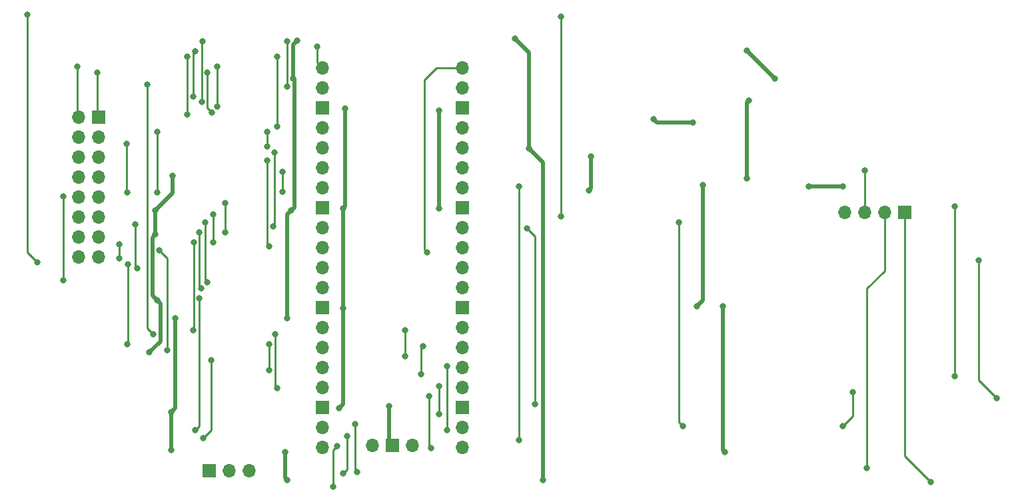
<source format=gbr>
G04 #@! TF.GenerationSoftware,KiCad,Pcbnew,5.1.5+dfsg1-2build2*
G04 #@! TF.CreationDate,2022-11-08T08:06:46+00:00*
G04 #@! TF.ProjectId,datapack-tool1,64617461-7061-4636-9b2d-746f6f6c312e,rev?*
G04 #@! TF.SameCoordinates,Original*
G04 #@! TF.FileFunction,Copper,L2,Bot*
G04 #@! TF.FilePolarity,Positive*
%FSLAX46Y46*%
G04 Gerber Fmt 4.6, Leading zero omitted, Abs format (unit mm)*
G04 Created by KiCad (PCBNEW 5.1.5+dfsg1-2build2) date 2022-11-08 08:06:46*
%MOMM*%
%LPD*%
G04 APERTURE LIST*
%ADD10O,1.700000X1.700000*%
%ADD11R,1.700000X1.700000*%
%ADD12C,0.800000*%
%ADD13C,0.500000*%
%ADD14C,0.250000*%
G04 APERTURE END LIST*
D10*
X182626000Y-127762000D03*
X185166000Y-127762000D03*
X187706000Y-127762000D03*
D11*
X190246000Y-127762000D03*
D10*
X127640000Y-157400000D03*
D11*
X125100000Y-157400000D03*
D10*
X122560000Y-157400000D03*
X133990000Y-109370000D03*
X133990000Y-111910000D03*
D11*
X133990000Y-114450000D03*
D10*
X133990000Y-116990000D03*
X133990000Y-119530000D03*
X133990000Y-122070000D03*
X133990000Y-124610000D03*
D11*
X133990000Y-127150000D03*
D10*
X133990000Y-129690000D03*
X133990000Y-132230000D03*
X133990000Y-134770000D03*
X133990000Y-137310000D03*
D11*
X133990000Y-139850000D03*
D10*
X133990000Y-142390000D03*
X133990000Y-144930000D03*
X133990000Y-147470000D03*
X133990000Y-150010000D03*
D11*
X133990000Y-152550000D03*
D10*
X133990000Y-155090000D03*
X133990000Y-157630000D03*
X116210000Y-157630000D03*
X116210000Y-155090000D03*
D11*
X116210000Y-152550000D03*
D10*
X116210000Y-150010000D03*
X116210000Y-147470000D03*
X116210000Y-144930000D03*
X116210000Y-142390000D03*
D11*
X116210000Y-139850000D03*
D10*
X116210000Y-137310000D03*
X116210000Y-134770000D03*
X116210000Y-132230000D03*
X116210000Y-129690000D03*
D11*
X116210000Y-127150000D03*
D10*
X116210000Y-124610000D03*
X116210000Y-122070000D03*
X116210000Y-119530000D03*
X116210000Y-116990000D03*
D11*
X116210000Y-114450000D03*
D10*
X116210000Y-111910000D03*
X116210000Y-109370000D03*
D11*
X87800000Y-115600000D03*
D10*
X85260000Y-115600000D03*
X87800000Y-118140000D03*
X85260000Y-118140000D03*
X87800000Y-120680000D03*
X85260000Y-120680000D03*
X87800000Y-123220000D03*
X85260000Y-123220000D03*
X87800000Y-125760000D03*
X85260000Y-125760000D03*
X87800000Y-128300000D03*
X85260000Y-128300000D03*
X87800000Y-130840000D03*
X85260000Y-130840000D03*
X87800000Y-133380000D03*
X85260000Y-133380000D03*
X106880000Y-160600000D03*
X104340000Y-160600000D03*
D11*
X101800000Y-160600000D03*
D12*
X94996000Y-130556000D03*
X94996000Y-127508000D03*
X95250000Y-138938000D03*
X94234000Y-145542000D03*
X118364000Y-152654000D03*
X118872000Y-139954000D03*
X124714000Y-152400000D03*
X131064000Y-114808000D03*
X131064000Y-127254000D03*
X119126000Y-114554000D03*
X118872000Y-127254000D03*
X163830000Y-139700000D03*
X164592000Y-124294000D03*
X158307959Y-115889959D03*
X163322000Y-116332000D03*
X167132000Y-139700000D03*
X167386000Y-158242000D03*
X178054000Y-124460000D03*
X182372000Y-124460000D03*
X97200000Y-123114990D03*
X150368000Y-120650000D03*
X150114000Y-124968000D03*
X170180000Y-123444000D03*
X170434000Y-113538000D03*
X118872000Y-160948000D03*
X119380000Y-156173000D03*
X170180000Y-107188000D03*
X173736000Y-110744000D03*
X80010000Y-134112000D03*
X78740000Y-102616000D03*
X146558000Y-102870000D03*
X146558000Y-128270000D03*
X118110000Y-157480000D03*
X117602000Y-162648000D03*
X193548000Y-162052000D03*
X112268000Y-127508000D03*
X112522000Y-110744000D03*
X113030000Y-105918000D03*
X97028000Y-153162000D03*
X97028000Y-157988000D03*
X111506000Y-158242000D03*
X111760000Y-161798000D03*
X144272000Y-161798000D03*
X142494000Y-119634000D03*
X97536000Y-141224000D03*
X111760000Y-141224000D03*
X196596000Y-127000000D03*
X196596000Y-148590000D03*
X140716000Y-105664000D03*
X120396000Y-154686000D03*
X120650000Y-160782000D03*
X185420000Y-160274000D03*
X182372000Y-154940000D03*
X183642000Y-150622000D03*
X141224000Y-124460000D03*
X141224000Y-156718000D03*
X142240000Y-129794000D03*
X143256000Y-152146000D03*
X199644000Y-133858000D03*
X201930000Y-151384000D03*
X162052000Y-154940000D03*
X161544000Y-129032000D03*
X102870000Y-114300000D03*
X102870000Y-109220000D03*
X85090000Y-109220000D03*
X102162892Y-115007108D03*
X101600000Y-109945000D03*
X87630000Y-109945000D03*
X109220000Y-121158000D03*
X109474000Y-132080000D03*
X110114429Y-120105000D03*
X109982000Y-129540000D03*
X91304847Y-119000153D03*
X91440000Y-125185000D03*
X95250000Y-117475000D03*
X95250000Y-125185000D03*
X111125000Y-125095000D03*
X111125000Y-122555000D03*
X109220000Y-117475000D03*
X109220000Y-119380000D03*
X99060000Y-115314990D03*
X99060000Y-107950000D03*
X110490000Y-107950000D03*
X110490000Y-116840000D03*
X100875000Y-113665000D03*
X100965000Y-105955000D03*
X111760000Y-105955000D03*
X111760000Y-111760000D03*
X99785000Y-113030000D03*
X100052918Y-107225000D03*
X115570000Y-106680000D03*
X93980000Y-111506000D03*
X94742000Y-143256000D03*
X110236000Y-143256000D03*
X110490000Y-150114000D03*
X103886000Y-126545001D03*
X103886000Y-130302000D03*
X102362000Y-128016000D03*
X102362000Y-131572000D03*
X90424000Y-131826000D03*
X90424000Y-133604000D03*
X92456000Y-129286000D03*
X92710000Y-134874000D03*
X83312000Y-125730000D03*
X83312000Y-136398000D03*
X91498054Y-134329000D03*
X91440000Y-144526000D03*
X109474000Y-144526000D03*
X109474000Y-147828000D03*
X95504000Y-132588000D03*
X96520000Y-145251000D03*
X99859000Y-131572000D03*
X99822000Y-142748000D03*
X100584000Y-130302000D03*
X100838000Y-137414000D03*
X101346000Y-129035010D03*
X101600000Y-136655010D03*
X132080000Y-155448000D03*
X132080000Y-147320000D03*
X100076000Y-155448000D03*
X100584000Y-138684000D03*
X101092000Y-156464000D03*
X102108000Y-146558000D03*
X126746000Y-146050000D03*
X126746000Y-142748000D03*
X131064000Y-153416000D03*
X131064000Y-149860000D03*
X128778000Y-148336000D03*
X129032000Y-144780000D03*
X129794000Y-151130000D03*
X130048000Y-157734000D03*
X129540000Y-132842000D03*
X185166000Y-122428000D03*
D13*
X94996000Y-130556000D02*
X94996000Y-127508000D01*
X94996000Y-127508000D02*
X97200000Y-125304000D01*
X94596001Y-138284001D02*
X95250000Y-138938000D01*
X94596001Y-130955999D02*
X94596001Y-138284001D01*
X94996000Y-130556000D02*
X94596001Y-130955999D01*
X95649999Y-144126001D02*
X94234000Y-145542000D01*
X95649999Y-139337999D02*
X95649999Y-144126001D01*
X95250000Y-138938000D02*
X95649999Y-139337999D01*
X118872000Y-152146000D02*
X118872000Y-139954000D01*
X118364000Y-152654000D02*
X118872000Y-152146000D01*
X124714000Y-157014000D02*
X125100000Y-157400000D01*
X124714000Y-152400000D02*
X124714000Y-157014000D01*
X131064000Y-114808000D02*
X131064000Y-127254000D01*
X119126000Y-127000000D02*
X118872000Y-127254000D01*
X119126000Y-114554000D02*
X119126000Y-127000000D01*
X118872000Y-127254000D02*
X118872000Y-139954000D01*
X164592000Y-138938000D02*
X164592000Y-124294000D01*
X163830000Y-139700000D02*
X164592000Y-138938000D01*
X158750000Y-116332000D02*
X163322000Y-116332000D01*
X158307959Y-115889959D02*
X158750000Y-116332000D01*
X167132000Y-157988000D02*
X167386000Y-158242000D01*
X167132000Y-139700000D02*
X167132000Y-157988000D01*
X178054000Y-124460000D02*
X182372000Y-124460000D01*
X97200000Y-125304000D02*
X97200000Y-123114990D01*
X150368000Y-124714000D02*
X150114000Y-124968000D01*
X150368000Y-120650000D02*
X150368000Y-124714000D01*
X170180000Y-113792000D02*
X170434000Y-113538000D01*
X170180000Y-123444000D02*
X170180000Y-113792000D01*
D14*
X119380000Y-160440000D02*
X119380000Y-156173000D01*
X118872000Y-160948000D02*
X119380000Y-160440000D01*
D13*
X170180000Y-107188000D02*
X173736000Y-110744000D01*
D14*
X78740000Y-132842000D02*
X78740000Y-102616000D01*
X80010000Y-134112000D02*
X78740000Y-132842000D01*
X146558000Y-102870000D02*
X146558000Y-128016000D01*
X146558000Y-128016000D02*
X146558000Y-128270000D01*
X117602000Y-157988000D02*
X117602000Y-162648000D01*
X118110000Y-157480000D02*
X117602000Y-157988000D01*
X190200000Y-158704000D02*
X190200000Y-130800000D01*
X193548000Y-162052000D02*
X190200000Y-158704000D01*
X190246000Y-130754000D02*
X190246000Y-127762000D01*
X190200000Y-130800000D02*
X190246000Y-130754000D01*
D13*
X112667999Y-110889999D02*
X112522000Y-110744000D01*
X112667999Y-127108001D02*
X112667999Y-110889999D01*
X112268000Y-127508000D02*
X112667999Y-127108001D01*
X112522000Y-106426000D02*
X113030000Y-105918000D01*
X112522000Y-110744000D02*
X112522000Y-106426000D01*
X97028000Y-153162000D02*
X97028000Y-157988000D01*
X111506000Y-161544000D02*
X111760000Y-161798000D01*
X111506000Y-158242000D02*
X111506000Y-161544000D01*
X144272000Y-121412000D02*
X142494000Y-119634000D01*
X144272000Y-161798000D02*
X144272000Y-121412000D01*
X97536000Y-152654000D02*
X97536000Y-141224000D01*
X97028000Y-153162000D02*
X97536000Y-152654000D01*
X111760000Y-128016000D02*
X112268000Y-127508000D01*
X111760000Y-141224000D02*
X111760000Y-128016000D01*
D14*
X196596000Y-127000000D02*
X196596000Y-148590000D01*
D13*
X142494000Y-107442000D02*
X142494000Y-119634000D01*
X140716000Y-105664000D02*
X142494000Y-107442000D01*
D14*
X120396000Y-160528000D02*
X120650000Y-160782000D01*
X120396000Y-154686000D02*
X120396000Y-160528000D01*
X187660000Y-129840000D02*
X187706000Y-129794000D01*
X187660000Y-135174000D02*
X187660000Y-129840000D01*
X187706000Y-129794000D02*
X187706000Y-127762000D01*
X185420000Y-137414000D02*
X187660000Y-135174000D01*
X185420000Y-160274000D02*
X185420000Y-137414000D01*
X183642000Y-153670000D02*
X183642000Y-150622000D01*
X182372000Y-154940000D02*
X183642000Y-153670000D01*
X141224000Y-124460000D02*
X141224000Y-156718000D01*
X143256000Y-130810000D02*
X143256000Y-152146000D01*
X142240000Y-129794000D02*
X143256000Y-130810000D01*
X199644000Y-149098000D02*
X201930000Y-151384000D01*
X199644000Y-133858000D02*
X199644000Y-149098000D01*
X161544000Y-154432000D02*
X161544000Y-129032000D01*
X162052000Y-154940000D02*
X161544000Y-154432000D01*
X102870000Y-114300000D02*
X102870000Y-109220000D01*
X85090000Y-115430000D02*
X85260000Y-115600000D01*
X85090000Y-109220000D02*
X85090000Y-115430000D01*
X101600000Y-114444216D02*
X101600000Y-109945000D01*
X102162892Y-115007108D02*
X101600000Y-114444216D01*
X87630000Y-115430000D02*
X87800000Y-115600000D01*
X87630000Y-109945000D02*
X87630000Y-115430000D01*
X109220000Y-131826000D02*
X109474000Y-132080000D01*
X109220000Y-121158000D02*
X109220000Y-131826000D01*
X110114429Y-129407571D02*
X109982000Y-129540000D01*
X110114429Y-120105000D02*
X110114429Y-129407571D01*
X91304847Y-125049847D02*
X91440000Y-125185000D01*
X91304847Y-119000153D02*
X91304847Y-125049847D01*
X95250000Y-117475000D02*
X95250000Y-125185000D01*
X111125000Y-125095000D02*
X111125000Y-122555000D01*
X109220000Y-117475000D02*
X109220000Y-119380000D01*
X99060000Y-115314990D02*
X99060000Y-107950000D01*
X110490000Y-107950000D02*
X110490000Y-116840000D01*
X100875000Y-106045000D02*
X100965000Y-105955000D01*
X100875000Y-113665000D02*
X100875000Y-106045000D01*
X111760000Y-105955000D02*
X111760000Y-111760000D01*
X99785000Y-107492918D02*
X100052918Y-107225000D01*
X99785000Y-113030000D02*
X99785000Y-107492918D01*
X115570000Y-108730000D02*
X116210000Y-109370000D01*
X115570000Y-106680000D02*
X115570000Y-108730000D01*
X93980000Y-142494000D02*
X94742000Y-143256000D01*
X93980000Y-111506000D02*
X93980000Y-142494000D01*
X110236000Y-149860000D02*
X110490000Y-150114000D01*
X110236000Y-143256000D02*
X110236000Y-149860000D01*
X103886000Y-126545001D02*
X103886000Y-130302000D01*
X102362000Y-128016000D02*
X102362000Y-131572000D01*
X90424000Y-131826000D02*
X90424000Y-133604000D01*
X92456000Y-134620000D02*
X92710000Y-134874000D01*
X92456000Y-129286000D02*
X92456000Y-134620000D01*
X83312000Y-125730000D02*
X83312000Y-136398000D01*
X91498054Y-144467946D02*
X91440000Y-144526000D01*
X91498054Y-134329000D02*
X91498054Y-144467946D01*
X109474000Y-144526000D02*
X109474000Y-147828000D01*
X96520000Y-133604000D02*
X96520000Y-145251000D01*
X95504000Y-132588000D02*
X96520000Y-133604000D01*
X99859000Y-142711000D02*
X99822000Y-142748000D01*
X99859000Y-131572000D02*
X99859000Y-142711000D01*
X100584000Y-137160000D02*
X100838000Y-137414000D01*
X100584000Y-130302000D02*
X100584000Y-137160000D01*
X101346000Y-136401010D02*
X101600000Y-136655010D01*
X101346000Y-129035010D02*
X101346000Y-136401010D01*
X132080000Y-155448000D02*
X132080000Y-147320000D01*
X100584000Y-154940000D02*
X100584000Y-138684000D01*
X100076000Y-155448000D02*
X100584000Y-154940000D01*
X102108000Y-155448000D02*
X102108000Y-146558000D01*
X101092000Y-156464000D02*
X102108000Y-155448000D01*
X126746000Y-146050000D02*
X126746000Y-142748000D01*
X131064000Y-153416000D02*
X131064000Y-149860000D01*
X128778000Y-145034000D02*
X129032000Y-144780000D01*
X128778000Y-148336000D02*
X128778000Y-145034000D01*
X129794000Y-157480000D02*
X130048000Y-157734000D01*
X129794000Y-151130000D02*
X129794000Y-157480000D01*
X129140001Y-132442001D02*
X129140001Y-110889999D01*
X129540000Y-132842000D02*
X129140001Y-132442001D01*
X130660000Y-109370000D02*
X133990000Y-109370000D01*
X129140001Y-110889999D02*
X130660000Y-109370000D01*
X185166000Y-127452000D02*
X185120000Y-127498000D01*
X185166000Y-122428000D02*
X185166000Y-127762000D01*
M02*

</source>
